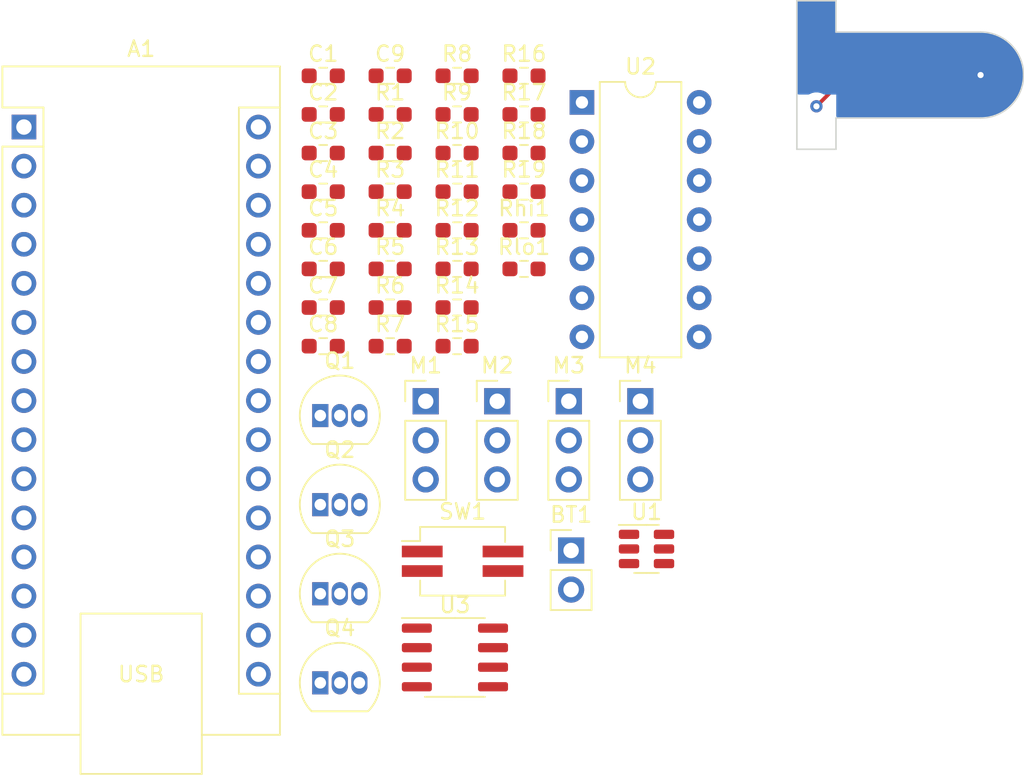
<source format=kicad_pcb>
(kicad_pcb (version 20221018) (generator pcbnew)
  (layers (0 "F.Cu" signal) (31 "B.Cu" signal) (34 "B.Paste" user) (35 "F.Paste" user) (36 "B.SilkS" user "B.Silkscreen") (37 "F.SilkS" user "F.Silkscreen") (38 "B.Mask" user) (39 "F.Mask" user) (44 "Edge.Cuts" user))
  (net 0 "")
  (net 3 "/reset_n")
  (net 4 "GND")
  (net 5 "/r_leg_servo_control")
  (net 6 "/l_leg_servo_control")
  (net 7 "/ear_servo_control")
  (net 8 "/jaw_servo_control")
  (net 18 "/r_leg_servo_return")
  (net 19 "/l_leg_servo_return")
  (net 20 "/ear_servo_return")
  (net 21 "/jaw_servo_return")
  (net 22 "/sensor_A_output")
  (net 23 "/sensor_B_output")
  (net 24 "/sensor_C_output")
  (net 25 "/sensor_D_output")
  (net 28 "/vout")
  (net 29 "/v-battery")
  (net 30 "Net-(U2A--)")
  (net 31 "Net-(U2B--)")
  (net 32 "Net-(U2C--)")
  (net 33 "Net-(U2D--)")
  (net 34 "/trigger")
  (net 35 "Net-(U3-CV)")
  (net 36 "/radiating_trace")
  (net 37 "+5V")
  (net 38 "Net-(Q1-E)")
  (net 39 "Net-(Q1-B)")
  (net 40 "Net-(Q2-E)")
  (net 41 "Net-(Q2-B)")
  (net 42 "Net-(Q3-E)")
  (net 43 "Net-(Q3-B)")
  (net 44 "Net-(Q4-E)")
  (net 45 "Net-(Q4-B)")
  (net 46 "/sensor_A")
  (net 47 "Net-(U2A-+)")
  (net 52 "/sensor_B")
  (net 53 "Net-(U2B-+)")
  (net 54 "/sensor_C")
  (net 55 "Net-(U2C-+)")
  (net 56 "/sensor_D")
  (net 57 "Net-(U2D-+)")
  (net 58 "Net-(U3-DIS)")
  (net 59 "/square_wave")
  (net 60 "Net-(L2-Pad1)")
  (net 61 "Net-(U1-B)")
  (net 64 "/sw")
  (net 65 "/enable")
  (net 66 "/disable_timer")
  (footprint "Connector_PinHeader_2.54mm:PinHeader_1x03_P2.54mm_Vertical" (layer "F.Cu") (at 59.8525 40.25)
    (fp_text reference "M3" (at 0 -2.33) (layer "F.SilkS"))
    (fp_text value "Motor_Servo")
    (fp_line (start -1.33 -1.33) (end 0 -1.33) (stroke (width 0.12)) (layer "F.SilkS"))
    (fp_line (start -1.33 0) (end -1.33 -1.33) (stroke (width 0.12)) (layer "F.SilkS"))
    (fp_line (start -1.33 1.27) (end -1.33 6.41) (stroke (width 0.12)) (layer "F.SilkS"))
    (fp_line (start -1.33 1.27) (end 1.33 1.27) (stroke (width 0.12)) (layer "F.SilkS"))
    (fp_line (start -1.33 6.41) (end 1.33 6.41) (stroke (width 0.12)) (layer "F.SilkS"))
    (fp_line (start 1.33 1.27) (end 1.33 6.41) (stroke (width 0.12)) (layer "F.SilkS"))
    (pad "1" thru_hole rect (at 0 0) (size 1.7 1.7) (drill 1) (layers "*.Cu" "*.Mask") (net 7 "/ear_servo_control"))
    (pad "2" thru_hole oval (at 0 2.54) (size 1.7 1.7) (drill 1) (layers "*.Cu" "*.Mask") (net 37 "+5V"))
    (pad "3" thru_hole oval (at 0 5.08) (size 1.7 1.7) (drill 1) (layers "*.Cu" "*.Mask") (net 20 "/ear_servo_return"))
  )
  (footprint "Resistor_SMD:R_0603_1608Metric_Pad0.98x0.95mm_HandSolder" (layer "F.Cu") (at 43.8925 36.67)
    (fp_text reference "C8" (at 0 -1.43) (layer "F.SilkS"))
    (fp_text value "C")
    (fp_line (start -0.254724 -0.5225) (end 0.254724 -0.5225) (stroke (width 0.12)) (layer "F.SilkS"))
    (fp_line (start -0.254724 0.5225) (end 0.254724 0.5225) (stroke (width 0.12)) (layer "F.SilkS"))
    (pad "1" smd roundrect (at -0.9125 0) (size 0.975 0.95) (layers "F.Cu" "F.Paste" "F.Mask") (net 4 "GND"))
    (pad "2" smd roundrect (at 0.9125 0) (size 0.975 0.95) (layers "F.Cu" "F.Paste" "F.Mask") (net 35 "Net-(U3-CV)"))
  )
  (footprint "Package_TO_SOT_THT:TO-92_Inline" (layer "F.Cu") (at 43.7025 41.18)
    (fp_text reference "Q1" (at 1.27 -3.56) (layer "F.SilkS"))
    (fp_text value "2N3904")
    (fp_line (start -0.53 1.85) (end 3.07 1.85) (stroke (width 0.12)) (layer "F.SilkS"))
    (fp_arc (start -0.568478 1.838478) (mid -1.132087 -0.994977) (end 1.27 -2.6) (stroke (width 0.12)) (layer "F.SilkS"))
    (fp_arc (start 1.27 -2.6) (mid 3.672087 -0.994977) (end 3.108478 1.838478) (stroke (width 0.12)) (layer "F.SilkS"))
    (pad "1" thru_hole rect (at 0 0) (size 1.05 1.5) (drill 0.75) (layers "*.Cu" "*.Mask") (net 38 "Net-(Q1-E)"))
    (pad "2" thru_hole oval (at 1.27 0) (size 1.05 1.5) (drill 0.75) (layers "*.Cu" "*.Mask") (net 39 "Net-(Q1-B)"))
    (pad "3" thru_hole oval (at 2.54 0) (size 1.05 1.5) (drill 0.75) (layers "*.Cu" "*.Mask") (net 18 "/r_leg_servo_return"))
  )
  (footprint "Resistor_SMD:R_0603_1608Metric_Pad0.98x0.95mm_HandSolder" (layer "F.Cu") (at 56.9425 31.65)
    (fp_text reference "Rlo1" (at 0 -1.43) (layer "F.SilkS"))
    (fp_text value "1k")
    (fp_line (start -0.254724 -0.5225) (end 0.254724 -0.5225) (stroke (width 0.12)) (layer "F.SilkS"))
    (fp_line (start -0.254724 0.5225) (end 0.254724 0.5225) (stroke (width 0.12)) (layer "F.SilkS"))
    (pad "1" smd roundrect (at -0.9125 0) (size 0.975 0.95) (layers "F.Cu" "F.Paste" "F.Mask") (net 61 "Net-(U1-B)"))
    (pad "2" smd roundrect (at 0.9125 0) (size 0.975 0.95) (layers "F.Cu" "F.Paste" "F.Mask") (net 4 "GND"))
  )
  (footprint "Resistor_SMD:R_0603_1608Metric_Pad0.98x0.95mm_HandSolder" (layer "F.Cu") (at 48.2425 21.61)
    (fp_text reference "R1" (at 0 -1.43) (layer "F.SilkS"))
    (fp_text value "R")
    (fp_line (start -0.254724 -0.5225) (end 0.254724 -0.5225) (stroke (width 0.12)) (layer "F.SilkS"))
    (fp_line (start -0.254724 0.5225) (end 0.254724 0.5225) (stroke (width 0.12)) (layer "F.SilkS"))
    (pad "1" smd roundrect (at -0.9125 0) (size 0.975 0.95) (layers "F.Cu" "F.Paste" "F.Mask") (net 38 "Net-(Q1-E)"))
    (pad "2" smd roundrect (at 0.9125 0) (size 0.975 0.95) (layers "F.Cu" "F.Paste" "F.Mask") (net 4 "GND"))
  )
  (footprint "Resistor_SMD:R_0603_1608Metric_Pad0.98x0.95mm_HandSolder" (layer "F.Cu") (at 52.5925 19.1)
    (fp_text reference "R8" (at 0 -1.43) (layer "F.SilkS"))
    (fp_text value "R")
    (fp_line (start -0.254724 -0.5225) (end 0.254724 -0.5225) (stroke (width 0.12)) (layer "F.SilkS"))
    (fp_line (start -0.254724 0.5225) (end 0.254724 0.5225) (stroke (width 0.12)) (layer "F.SilkS"))
    (pad "1" smd roundrect (at -0.9125 0) (size 0.975 0.95) (layers "F.Cu" "F.Paste" "F.Mask") (net 41 "Net-(Q2-B)"))
    (pad "2" smd roundrect (at 0.9125 0) (size 0.975 0.95) (layers "F.Cu" "F.Paste" "F.Mask"))
  )
  (footprint "Resistor_SMD:R_0603_1608Metric_Pad0.98x0.95mm_HandSolder" (layer "F.Cu") (at 48.2425 19.1)
    (fp_text reference "C9" (at 0 -1.43) (layer "F.SilkS"))
    (fp_text value "C")
    (fp_line (start -0.254724 -0.5225) (end 0.254724 -0.5225) (stroke (width 0.12)) (layer "F.SilkS"))
    (fp_line (start -0.254724 0.5225) (end 0.254724 0.5225) (stroke (width 0.12)) (layer "F.SilkS"))
    (pad "1" smd roundrect (at -0.9125 0) (size 0.975 0.95) (layers "F.Cu" "F.Paste" "F.Mask") (net 36 "/radiating_trace"))
    (pad "2" smd roundrect (at 0.9125 0) (size 0.975 0.95) (layers "F.Cu" "F.Paste" "F.Mask") (net 4 "GND"))
  )
  (footprint "Package_TO_SOT_THT:TO-92_Inline" (layer "F.Cu") (at 43.7025 52.76)
    (fp_text reference "Q3" (at 1.27 -3.56) (layer "F.SilkS"))
    (fp_text value "2N3904")
    (fp_line (start -0.53 1.85) (end 3.07 1.85) (stroke (width 0.12)) (layer "F.SilkS"))
    (fp_arc (start -0.568478 1.838478) (mid -1.132087 -0.994977) (end 1.27 -2.6) (stroke (width 0.12)) (layer "F.SilkS"))
    (fp_arc (start 1.27 -2.6) (mid 3.672087 -0.994977) (end 3.108478 1.838478) (stroke (width 0.12)) (layer "F.SilkS"))
    (pad "1" thru_hole rect (at 0 0) (size 1.05 1.5) (drill 0.75) (layers "*.Cu" "*.Mask") (net 42 "Net-(Q3-E)"))
    (pad "2" thru_hole oval (at 1.27 0) (size 1.05 1.5) (drill 0.75) (layers "*.Cu" "*.Mask") (net 43 "Net-(Q3-B)"))
    (pad "3" thru_hole oval (at 2.54 0) (size 1.05 1.5) (drill 0.75) (layers "*.Cu" "*.Mask") (net 20 "/ear_servo_return"))
  )
  (footprint "Resistor_SMD:R_0603_1608Metric_Pad0.98x0.95mm_HandSolder" (layer "F.Cu") (at 43.8925 29.14)
    (fp_text reference "C5" (at 0 -1.43) (layer "F.SilkS"))
    (fp_text value "1n")
    (fp_line (start -0.254724 -0.5225) (end 0.254724 -0.5225) (stroke (width 0.12)) (layer "F.SilkS"))
    (fp_line (start -0.254724 0.5225) (end 0.254724 0.5225) (stroke (width 0.12)) (layer "F.SilkS"))
    (pad "1" smd roundrect (at -0.9125 0) (size 0.975 0.95) (layers "F.Cu" "F.Paste" "F.Mask") (net 24 "/sensor_C_output"))
    (pad "2" smd roundrect (at 0.9125 0) (size 0.975 0.95) (layers "F.Cu" "F.Paste" "F.Mask") (net 32 "Net-(U2C--)"))
  )
  (footprint "Package_TO_SOT_SMD:SOT-23-6" (layer "F.Cu") (at 64.9025 49.85)
    (fp_text reference "U1" (at 0 -2.4) (layer "F.SilkS"))
    (fp_text value "TLV61070A")
    (fp_line (start 0 -1.56) (end -1.8 -1.56) (stroke (width 0.12)) (layer "F.SilkS"))
    (fp_line (start 0 -1.56) (end 0.8 -1.56) (stroke (width 0.12)) (layer "F.SilkS"))
    (fp_line (start 0 1.56) (end -0.8 1.56) (stroke (width 0.12)) (layer "F.SilkS"))
    (fp_line (start 0 1.56) (end 0.8 1.56) (stroke (width 0.12)) (layer "F.SilkS"))
    (pad "1" smd roundrect (at -1.1375 -0.95) (size 1.325 0.6) (layers "F.Cu" "F.Paste" "F.Mask") (net 64 "/sw"))
    (pad "2" smd roundrect (at -1.1375 0) (size 1.325 0.6) (layers "F.Cu" "F.Paste" "F.Mask") (net 4 "GND"))
    (pad "3" smd roundrect (at -1.1375 0.95) (size 1.325 0.6) (layers "F.Cu" "F.Paste" "F.Mask") (net 65 "/enable"))
    (pad "4" smd roundrect (at 1.1375 0.95) (size 1.325 0.6) (layers "F.Cu" "F.Paste" "F.Mask") (net 61 "Net-(U1-B)"))
    (pad "5" smd roundrect (at 1.1375 0) (size 1.325 0.6) (layers "F.Cu" "F.Paste" "F.Mask") (net 28 "/vout"))
    (pad "6" smd roundrect (at 1.1375 -0.95) (size 1.325 0.6) (layers "F.Cu" "F.Paste" "F.Mask") (net 29 "/v-battery"))
  )
  (footprint "Resistor_SMD:R_0603_1608Metric_Pad0.98x0.95mm_HandSolder" (layer "F.Cu") (at 52.5925 31.65)
    (fp_text reference "R13" (at 0 -1.43) (layer "F.SilkS"))
    (fp_text value "100k")
    (fp_line (start -0.254724 -0.5225) (end 0.254724 -0.5225) (stroke (width 0.12)) (layer "F.SilkS"))
    (fp_line (start -0.254724 0.5225) (end 0.254724 0.5225) (stroke (width 0.12)) (layer "F.SilkS"))
    (pad "1" smd roundrect (at -0.9125 0) (size 0.975 0.95) (layers "F.Cu" "F.Paste" "F.Mask") (net 54 "/sensor_C"))
    (pad "2" smd roundrect (at 0.9125 0) (size 0.975 0.95) (layers "F.Cu" "F.Paste" "F.Mask") (net 55 "Net-(U2C-+)"))
  )
  (footprint "Resistor_SMD:R_0603_1608Metric_Pad0.98x0.95mm_HandSolder" (layer "F.Cu") (at 56.9425 24.12)
    (fp_text reference "R18" (at 0 -1.43) (layer "F.SilkS"))
    (fp_text value "R")
    (fp_line (start -0.254724 -0.5225) (end 0.254724 -0.5225) (stroke (width 0.12)) (layer "F.SilkS"))
    (fp_line (start -0.254724 0.5225) (end 0.254724 0.5225) (stroke (width 0.12)) (layer "F.SilkS"))
    (pad "1" smd roundrect (at -0.9125 0) (size 0.975 0.95) (layers "F.Cu" "F.Paste" "F.Mask") (net 58 "Net-(U3-DIS)"))
    (pad "2" smd roundrect (at 0.9125 0) (size 0.975 0.95) (layers "F.Cu" "F.Paste" "F.Mask") (net 34 "/trigger"))
  )
  (footprint "Connector_PinHeader_2.54mm:PinHeader_1x03_P2.54mm_Vertical" (layer "F.Cu") (at 55.2025 40.25)
    (fp_text reference "M2" (at 0 -2.33) (layer "F.SilkS"))
    (fp_text value "Motor_Servo")
    (fp_line (start -1.33 -1.33) (end 0 -1.33) (stroke (width 0.12)) (layer "F.SilkS"))
    (fp_line (start -1.33 0) (end -1.33 -1.33) (stroke (width 0.12)) (layer "F.SilkS"))
    (fp_line (start -1.33 1.27) (end -1.33 6.41) (stroke (width 0.12)) (layer "F.SilkS"))
    (fp_line (start -1.33 1.27) (end 1.33 1.27) (stroke (width 0.12)) (layer "F.SilkS"))
    (fp_line (start -1.33 6.41) (end 1.33 6.41) (stroke (width 0.12)) (layer "F.SilkS"))
    (fp_line (start 1.33 1.27) (end 1.33 6.41) (stroke (width 0.12)) (layer "F.SilkS"))
    (pad "1" thru_hole rect (at 0 0) (size 1.7 1.7) (drill 1) (layers "*.Cu" "*.Mask") (net 6 "/l_leg_servo_control"))
    (pad "2" thru_hole oval (at 0 2.54) (size 1.7 1.7) (drill 1) (layers "*.Cu" "*.Mask") (net 37 "+5V"))
    (pad "3" thru_hole oval (at 0 5.08) (size 1.7 1.7) (drill 1) (layers "*.Cu" "*.Mask") (net 19 "/l_leg_servo_return"))
  )
  (footprint "Resistor_SMD:R_0603_1608Metric_Pad0.98x0.95mm_HandSolder" (layer "F.Cu") (at 56.9425 29.14)
    (fp_text reference "Rhi1" (at 0 -1.43) (layer "F.SilkS"))
    (fp_text value "9k")
    (fp_line (start -0.254724 -0.5225) (end 0.254724 -0.5225) (stroke (width 0.12)) (layer "F.SilkS"))
    (fp_line (start -0.254724 0.5225) (end 0.254724 0.5225) (stroke (width 0.12)) (layer "F.SilkS"))
    (pad "1" smd roundrect (at -0.9125 0) (size 0.975 0.95) (layers "F.Cu" "F.Paste" "F.Mask") (net 28 "/vout"))
    (pad "2" smd roundrect (at 0.9125 0) (size 0.975 0.95) (layers "F.Cu" "F.Paste" "F.Mask") (net 61 "Net-(U1-B)"))
  )
  (footprint "Package_TO_SOT_THT:TO-92_Inline" (layer "F.Cu") (at 43.7025 46.97)
    (fp_text reference "Q2" (at 1.27 -3.56) (layer "F.SilkS"))
    (fp_text value "2N3904")
    (fp_line (start -0.53 1.85) (end 3.07 1.85) (stroke (width 0.12)) (layer "F.SilkS"))
    (fp_arc (start -0.568478 1.838478) (mid -1.132087 -0.994977) (end 1.27 -2.6) (stroke (width 0.12)) (layer "F.SilkS"))
    (fp_arc (start 1.27 -2.6) (mid 3.672087 -0.994977) (end 3.108478 1.838478) (stroke (width 0.12)) (layer "F.SilkS"))
    (pad "1" thru_hole rect (at 0 0) (size 1.05 1.5) (drill 0.75) (layers "*.Cu" "*.Mask") (net 40 "Net-(Q2-E)"))
    (pad "2" thru_hole oval (at 1.27 0) (size 1.05 1.5) (drill 0.75) (layers "*.Cu" "*.Mask") (net 41 "Net-(Q2-B)"))
    (pad "3" thru_hole oval (at 2.54 0) (size 1.05 1.5) (drill 0.75) (layers "*.Cu" "*.Mask") (net 19 "/l_leg_servo_return"))
  )
  (footprint "Resistor_SMD:R_0603_1608Metric_Pad0.98x0.95mm_HandSolder" (layer "F.Cu") (at 43.8925 24.12)
    (fp_text reference "C3" (at 0 -1.43) (layer "F.SilkS"))
    (fp_text value "1n")
    (fp_line (start -0.254724 -0.5225) (end 0.254724 -0.5225) (stroke (width 0.12)) (layer "F.SilkS"))
    (fp_line (start -0.254724 0.5225) (end 0.254724 0.5225) (stroke (width 0.12)) (layer "F.SilkS"))
    (pad "1" smd roundrect (at -0.9125 0) (size 0.975 0.95) (layers "F.Cu" "F.Paste" "F.Mask") (net 22 "/sensor_A_output"))
    (pad "2" smd roundrect (at 0.9125 0) (size 0.975 0.95) (layers "F.Cu" "F.Paste" "F.Mask") (net 30 "Net-(U2A--)"))
  )
  (footprint "Resistor_SMD:R_0603_1608Metric_Pad0.98x0.95mm_HandSolder" (layer "F.Cu") (at 43.8925 34.16)
    (fp_text reference "C7" (at 0 -1.43) (layer "F.SilkS"))
    (fp_text value "C")
    (fp_line (start -0.254724 -0.5225) (end 0.254724 -0.5225) (stroke (width 0.12)) (layer "F.SilkS"))
    (fp_line (start -0.254724 0.5225) (end 0.254724 0.5225) (stroke (width 0.12)) (layer "F.SilkS"))
    (pad "1" smd roundrect (at -0.9125 0) (size 0.975 0.95) (layers "F.Cu" "F.Paste" "F.Mask") (net 34 "/trigger"))
    (pad "2" smd roundrect (at 0.9125 0) (size 0.975 0.95) (layers "F.Cu" "F.Paste" "F.Mask") (net 4 "GND"))
  )
  (footprint "Connector_PinHeader_2.54mm:PinHeader_1x03_P2.54mm_Vertical" (layer "F.Cu") (at 64.5025 40.25)
    (fp_text reference "M4" (at 0 -2.33) (layer "F.SilkS"))
    (fp_text value "Motor_Servo")
    (fp_line (start -1.33 -1.33) (end 0 -1.33) (stroke (width 0.12)) (layer "F.SilkS"))
    (fp_line (start -1.33 0) (end -1.33 -1.33) (stroke (width 0.12)) (layer "F.SilkS"))
    (fp_line (start -1.33 1.27) (end -1.33 6.41) (stroke (width 0.12)) (layer "F.SilkS"))
    (fp_line (start -1.33 1.27) (end 1.33 1.27) (stroke (width 0.12)) (layer "F.SilkS"))
    (fp_line (start -1.33 6.41) (end 1.33 6.41) (stroke (width 0.12)) (layer "F.SilkS"))
    (fp_line (start 1.33 1.27) (end 1.33 6.41) (stroke (width 0.12)) (layer "F.SilkS"))
    (pad "1" thru_hole rect (at 0 0) (size 1.7 1.7) (drill 1) (layers "*.Cu" "*.Mask") (net 8 "/jaw_servo_control"))
    (pad "2" thru_hole oval (at 0 2.54) (size 1.7 1.7) (drill 1) (layers "*.Cu" "*.Mask") (net 37 "+5V"))
    (pad "3" thru_hole oval (at 0 5.08) (size 1.7 1.7) (drill 1) (layers "*.Cu" "*.Mask") (net 21 "/jaw_servo_return"))
  )
  (footprint "Connector_PinHeader_2.54mm:PinHeader_1x02_P2.54mm_Vertical" (layer "F.Cu") (at 60.0025 49.95)
    (fp_text reference "BT1" (at 0 -2.33) (layer "F.SilkS"))
    (fp_text value "Battery")
    (fp_line (start -1.33 -1.33) (end 0 -1.33) (stroke (width 0.12)) (layer "F.SilkS"))
    (fp_line (start -1.33 0) (end -1.33 -1.33) (stroke (width 0.12)) (layer "F.SilkS"))
    (fp_line (start -1.33 1.27) (end -1.33 3.87) (stroke (width 0.12)) (layer "F.SilkS"))
    (fp_line (start -1.33 1.27) (end 1.33 1.27) (stroke (width 0.12)) (layer "F.SilkS"))
    (fp_line (start -1.33 3.87) (end 1.33 3.87) (stroke (width 0.12)) (layer "F.SilkS"))
    (fp_line (start 1.33 1.27) (end 1.33 3.87) (stroke (width 0.12)) (layer "F.SilkS"))
    (pad "1" thru_hole rect (at 0 0) (size 1.7 1.7) (drill 1) (layers "*.Cu" "*.Mask") (net 29 "/v-battery"))
    (pad "2" thru_hole oval (at 0 2.54) (size 1.7 1.7) (drill 1) (layers "*.Cu" "*.Mask") (net 4 "GND"))
  )
  (footprint "Resistor_SMD:R_0603_1608Metric_Pad0.98x0.95mm_HandSolder" (layer "F.Cu") (at 48.2425 34.16)
    (fp_text reference "R6" (at 0 -1.43) (layer "F.SilkS"))
    (fp_text value "10M")
    (fp_line (start -0.254724 -0.5225) (end 0.254724 -0.5225) (stroke (width 0.12)) (layer "F.SilkS"))
    (fp_line (start -0.254724 0.5225) (end 0.254724 0.5225) (stroke (width 0.12)) (layer "F.SilkS"))
    (pad "1" smd roundrect (at -0.9125 0) (size 0.975 0.95) (layers "F.Cu" "F.Paste" "F.Mask") (net 22 "/sensor_A_output"))
    (pad "2" smd roundrect (at 0.9125 0) (size 0.975 0.95) (layers "F.Cu" "F.Paste" "F.Mask") (net 30 "Net-(U2A--)"))
  )
  (footprint "Resistor_SMD:R_0603_1608Metric_Pad0.98x0.95mm_HandSolder" (layer "F.Cu") (at 48.2425 24.12)
    (fp_text reference "R2" (at 0 -1.43) (layer "F.SilkS"))
    (fp_text value "R")
    (fp_line (start -0.254724 -0.5225) (end 0.254724 -0.5225) (stroke (width 0.12)) (layer "F.SilkS"))
    (fp_line (start -0.254724 0.5225) (end 0.254724 0.5225) (stroke (width 0.12)) (layer "F.SilkS"))
    (pad "1" smd roundrect (at -0.9125 0) (size 0.975 0.95) (layers "F.Cu" "F.Paste" "F.Mask") (net 40 "Net-(Q2-E)"))
    (pad "2" smd roundrect (at 0.9125 0) (size 0.975 0.95) (layers "F.Cu" "F.Paste" "F.Mask") (net 4 "GND"))
  )
  (footprint "Resistor_SMD:R_0603_1608Metric_Pad0.98x0.95mm_HandSolder" (layer "F.Cu") (at 52.5925 36.67)
    (fp_text reference "R15" (at 0 -1.43) (layer "F.SilkS"))
    (fp_text value "100k")
    (fp_line (start -0.254724 -0.5225) (end 0.254724 -0.5225) (stroke (width 0.12)) (layer "F.SilkS"))
    (fp_line (start -0.254724 0.5225) (end 0.254724 0.5225) (stroke (width 0.12)) (layer "F.SilkS"))
    (pad "1" smd roundrect (at -0.9125 0) (size 0.975 0.95) (layers "F.Cu" "F.Paste" "F.Mask") (net 56 "/sensor_D"))
    (pad "2" smd roundrect (at 0.9125 0) (size 0.975 0.95) (layers "F.Cu" "F.Paste" "F.Mask") (net 57 "Net-(U2D-+)"))
  )
  (footprint "Button_Switch_SMD:SW_DIP_SPSTx02_Slide_KingTek_DSHP02TJ_W5.25mm_P1.27mm_JPin" (layer "F.Cu") (at 52.9525 50.65)
    (fp_text reference "SW1" (at 0 -3.23) (layer "F.SilkS"))
    (fp_text value "SW_Push_Dual")
    (fp_line (start -3.951 -1.315) (end -2.761 -1.315) (stroke (width 0.12)) (layer "F.SilkS"))
    (fp_line (start -2.761 -2.23) (end -2.761 -1.315) (stroke (width 0.12)) (layer "F.SilkS"))
    (fp_line (start -2.761 -2.23) (end 2.76 -2.23) (stroke (width 0.12)) (layer "F.SilkS"))
    (fp_line (start -2.761 1.255) (end -2.761 2.23) (stroke (width 0.12)) (layer "F.SilkS"))
    (fp_line (start -2.761 2.23) (end 2.76 2.23) (stroke (width 0.12)) (layer "F.SilkS"))
    (fp_line (start 2.76 -2.23) (end 2.76 -1.255) (stroke (width 0.12)) (layer "F.SilkS"))
    (fp_line (start 2.76 1.255) (end 2.76 2.23) (stroke (width 0.12)) (layer "F.SilkS"))
    (pad "1" smd rect (at -2.625 -0.635) (size 2.65 0.76) (layers "F.Cu" "F.Paste" "F.Mask") (net 4 "GND"))
    (pad "2" smd rect (at -2.625 0.635) (size 2.65 0.76) (layers "F.Cu" "F.Paste" "F.Mask") (net 3 "/reset_n"))
    (pad "3" smd rect (at 2.625 0.635) (size 2.65 0.76) (layers "F.Cu" "F.Paste" "F.Mask"))
    (pad "4" smd rect (at 2.625 -0.635) (size 2.65 0.76) (layers "F.Cu" "F.Paste" "F.Mask"))
  )
  (footprint "Resistor_SMD:R_0603_1608Metric_Pad0.98x0.95mm_HandSolder" (layer "F.Cu") (at 43.8925 31.65)
    (fp_text reference "C6" (at 0 -1.43) (layer "F.SilkS"))
    (fp_text value "1n")
    (fp_line (start -0.254724 -0.5225) (end 0.254724 -0.5225) (stroke (width 0.12)) (layer "F.SilkS"))
    (fp_line (start -0.254724 0.5225) (end 0.254724 0.5225) (stroke (width 0.12)) (layer "F.SilkS"))
    (pad "1" smd roundrect (at -0.9125 0) (size 0.975 0.95) (layers "F.Cu" "F.Paste" "F.Mask") (net 25 "/sensor_D_output"))
    (pad "2" smd roundrect (at 0.9125 0) (size 0.975 0.95) (layers "F.Cu" "F.Paste" "F.Mask") (net 33 "Net-(U2D--)"))
  )
  (footprint "Resistor_SMD:R_0603_1608Metric_Pad0.98x0.95mm_HandSolder" (layer "F.Cu") (at 52.5925 21.61)
    (fp_text reference "R9" (at 0 -1.43) (layer "F.SilkS"))
    (fp_text value "R")
    (fp_line (start -0.254724 -0.5225) (end 0.254724 -0.5225) (stroke (width 0.12)) (layer "F.SilkS"))
    (fp_line (start -0.254724 0.5225) (end 0.254724 0.5225) (stroke (width 0.12)) (layer "F.SilkS"))
    (pad "1" smd roundrect (at -0.9125 0) (size 0.975 0.95) (layers "F.Cu" "F.Paste" "F.Mask") (net 43 "Net-(Q3-B)"))
    (pad "2" smd roundrect (at 0.9125 0) (size 0.975 0.95) (layers "F.Cu" "F.Paste" "F.Mask"))
  )
  (footprint "Resistor_SMD:R_0603_1608Metric_Pad0.98x0.95mm_HandSolder" (layer "F.Cu") (at 56.9425 26.63)
    (fp_text reference "R19" (at 0 -1.43) (layer "F.SilkS"))
    (fp_text value "R")
    (fp_line (start -0.254724 -0.5225) (end 0.254724 -0.5225) (stroke (width 0.12)) (layer "F.SilkS"))
    (fp_line (start -0.254724 0.5225) (end 0.254724 0.5225) (stroke (width 0.12)) (layer "F.SilkS"))
    (pad "1" smd roundrect (at -0.9125 0) (size 0.975 0.95) (layers "F.Cu" "F.Paste" "F.Mask") (net 59 "/square_wave"))
    (pad "2" smd roundrect (at 0.9125 0) (size 0.975 0.95) (layers "F.Cu" "F.Paste" "F.Mask") (net 60 "Net-(L2-Pad1)"))
  )
  (footprint "Resistor_SMD:R_0603_1608Metric_Pad0.98x0.95mm_HandSolder" (layer "F.Cu") (at 48.2425 31.65)
    (fp_text reference "R5" (at 0 -1.43) (layer "F.SilkS"))
    (fp_text value "100k")
    (fp_line (start -0.254724 -0.5225) (end 0.254724 -0.5225) (stroke (width 0.12)) (layer "F.SilkS"))
    (fp_line (start -0.254724 0.5225) (end 0.254724 0.5225) (stroke (width 0.12)) (layer "F.SilkS"))
    (pad "1" smd roundrect (at -0.9125 0) (size 0.975 0.95) (layers "F.Cu" "F.Paste" "F.Mask") (net 46 "/sensor_A"))
    (pad "2" smd roundrect (at 0.9125 0) (size 0.975 0.95) (layers "F.Cu" "F.Paste" "F.Mask") (net 47 "Net-(U2A-+)"))
  )
  (footprint "Resistor_SMD:R_0603_1608Metric_Pad0.98x0.95mm_HandSolder" (layer "F.Cu") (at 56.9425 21.61)
    (fp_text reference "R17" (at 0 -1.43) (layer "F.SilkS"))
    (fp_text value "R")
    (fp_line (start -0.254724 -0.5225) (end 0.254724 -0.5225) (stroke (width 0.12)) (layer "F.SilkS"))
    (fp_line (start -0.254724 0.5225) (end 0.254724 0.5225) (stroke (width 0.12)) (layer "F.SilkS"))
    (pad "1" smd roundrect (at -0.9125 0) (size 0.975 0.95) (layers "F.Cu" "F.Paste" "F.Mask") (net 37 "+5V"))
    (pad "2" smd roundrect (at 0.9125 0) (size 0.975 0.95) (layers "F.Cu" "F.Paste" "F.Mask") (net 58 "Net-(U3-DIS)"))
  )
  (footprint "Resistor_SMD:R_0603_1608Metric_Pad0.98x0.95mm_HandSolder" (layer "F.Cu") (at 56.9425 19.1)
    (fp_text reference "R16" (at 0 -1.43) (layer "F.SilkS"))
    (fp_text value "10M")
    (fp_line (start -0.254724 -0.5225) (end 0.254724 -0.5225) (stroke (width 0.12)) (layer "F.SilkS"))
    (fp_line (start -0.254724 0.5225) (end 0.254724 0.5225) (stroke (width 0.12)) (layer "F.SilkS"))
    (pad "1" smd roundrect (at -0.9125 0) (size 0.975 0.95) (layers "F.Cu" "F.Paste" "F.Mask") (net 25 "/sensor_D_output"))
    (pad "2" smd roundrect (at 0.9125 0) (size 0.975 0.95) (layers "F.Cu" "F.Paste" "F.Mask") (net 33 "Net-(U2D--)"))
  )
  (footprint "Resistor_SMD:R_0603_1608Metric_Pad0.98x0.95mm_HandSolder" (layer "F.Cu") (at 48.2425 36.67)
    (fp_text reference "R7" (at 0 -1.43) (layer "F.SilkS"))
    (fp_text value "R")
    (fp_line (start -0.254724 -0.5225) (end 0.254724 -0.5225) (stroke (width 0.12)) (layer "F.SilkS"))
    (fp_line (start -0.254724 0.5225) (end 0.254724 0.5225) (stroke (width 0.12)) (layer "F.SilkS"))
    (pad "1" smd roundrect (at -0.9125 0) (size 0.975 0.95) (layers "F.Cu" "F.Paste" "F.Mask") (net 39 "Net-(Q1-B)"))
    (pad "2" smd roundrect (at 0.9125 0) (size 0.975 0.95) (layers "F.Cu" "F.Paste" "F.Mask"))
  )
  (footprint "Package_TO_SOT_THT:TO-92_Inline" (layer "F.Cu") (at 43.7025 58.55)
    (fp_text reference "Q4" (at 1.27 -3.56) (layer "F.SilkS"))
    (fp_text value "2N3904")
    (fp_line (start -0.53 1.85) (end 3.07 1.85) (stroke (width 0.12)) (layer "F.SilkS"))
    (fp_arc (start -0.568478 1.838478) (mid -1.132087 -0.994977) (end 1.27 -2.6) (stroke (width 0.12)) (layer "F.SilkS"))
    (fp_arc (start 1.27 -2.6) (mid 3.672087 -0.994977) (end 3.108478 1.838478) (stroke (width 0.12)) (layer "F.SilkS"))
    (pad "1" thru_hole rect (at 0 0) (size 1.05 1.5) (drill 0.75) (layers "*.Cu" "*.Mask") (net 44 "Net-(Q4-E)"))
    (pad "2" thru_hole oval (at 1.27 0) (size 1.05 1.5) (drill 0.75) (layers "*.Cu" "*.Mask") (net 45 "Net-(Q4-B)"))
    (pad "3" thru_hole oval (at 2.54 0) (size 1.05 1.5) (drill 0.75) (layers "*.Cu" "*.Mask") (net 21 "/jaw_servo_return"))
  )
  (footprint "Resistor_SMD:R_0603_1608Metric_Pad0.98x0.95mm_HandSolder" (layer "F.Cu") (at 48.2425 26.63)
    (fp_text reference "R3" (at 0 -1.43) (layer "F.SilkS"))
    (fp_text value "R")
    (fp_line (start -0.254724 -0.5225) (end 0.254724 -0.5225) (stroke (width 0.12)) (layer "F.SilkS"))
    (fp_line (start -0.254724 0.5225) (end 0.254724 0.5225) (stroke (width 0.12)) (layer "F.SilkS"))
    (pad "1" smd roundrect (at -0.9125 0) (size 0.975 0.95) (layers "F.Cu" "F.Paste" "F.Mask") (net 42 "Net-(Q3-E)"))
    (pad "2" smd roundrect (at 0.9125 0) (size 0.975 0.95) (layers "F.Cu" "F.Paste" "F.Mask") (net 4 "GND"))
  )
  (footprint "Resistor_SMD:R_0603_1608Metric_Pad0.98x0.95mm_HandSolder" (layer "F.Cu") (at 43.8925 19.1)
    (fp_text reference "C1" (at 0 -1.43) (layer "F.SilkS"))
    (fp_text value "C")
    (fp_line (start -0.254724 -0.5225) (end 0.254724 -0.5225) (stroke (width 0.12)) (layer "F.SilkS"))
    (fp_line (start -0.254724 0.5225) (end 0.254724 0.5225) (stroke (width 0.12)) (layer "F.SilkS"))
    (pad "1" smd roundrect (at -0.9125 0) (size 0.975 0.95) (layers "F.Cu" "F.Paste" "F.Mask") (net 28 "/vout"))
    (pad "2" smd roundrect (at 0.9125 0) (size 0.975 0.95) (layers "F.Cu" "F.Paste" "F.Mask") (net 4 "GND"))
  )
  (footprint "Module:Arduino_Nano" (layer "F.Cu") (at 24.4425 22.43)
    (fp_text reference "A1" (at 7.62 -5.08) (layer "F.SilkS"))
    (fp_text value "Arduino_Nano_Every")
    (fp_text user "USB" (at 7.62 35.56 unlocked) (layer "F.SilkS"))
    (fp_line (start -1.4 -3.94) (end -1.4 -1.27) (stroke (width 0.12)) (layer "F.SilkS"))
    (fp_line (start -1.4 1.27) (end -1.4 39.5) (stroke (width 0.12)) (layer "F.SilkS"))
    (fp_line (start -1.4 39.5) (end 3.68 39.5) (stroke (width 0.12)) (layer "F.SilkS"))
    (fp_line (start 1.27 -1.27) (end -1.4 -1.27) (stroke (width 0.12)) (layer "F.SilkS"))
    (fp_line (start 1.27 1.27) (end -1.4 1.27) (stroke (width 0.12)) (layer "F.SilkS"))
    (fp_line (start 1.27 1.27) (end 1.27 -1.27) (stroke (width 0.12)) (layer "F.SilkS"))
    (fp_line (start 1.27 1.27) (end 1.27 36.83) (stroke (width 0.12)) (layer "F.SilkS"))
    (fp_line (start 1.27 36.83) (end -1.4 36.83) (stroke (width 0.12)) (layer "F.SilkS"))
    (fp_line (start 3.68 31.62) (end 11.56 31.62) (stroke (width 0.12)) (layer "F.SilkS"))
    (fp_line (start 3.68 42.04) (end 3.68 31.62) (stroke (width 0.12)) (layer "F.SilkS"))
    (fp_line (start 11.56 31.62) (end 11.56 42.04) (stroke (width 0.12)) (layer "F.SilkS"))
    (fp_line (start 11.56 42.04) (end 3.68 42.04) (stroke (width 0.12)) (layer "F.SilkS"))
    (fp_line (start 13.97 -1.27) (end 13.97 36.83) (stroke (width 0.12)) (layer "F.SilkS"))
    (fp_line (start 13.97 -1.27) (end 16.64 -1.27) (stroke (width 0.12)) (layer "F.SilkS"))
    (fp_line (start 13.97 36.83) (end 16.64 36.83) (stroke (width 0.12)) (layer "F.SilkS"))
    (fp_line (start 16.64 -3.94) (end -1.4 -3.94) (stroke (width 0.12)) (layer "F.SilkS"))
    (fp_line (start 16.64 39.5) (end 11.56 39.5) (stroke (width 0.12)) (layer "F.SilkS"))
    (fp_line (start 16.64 39.5) (end 16.64 -3.94) (stroke (width 0.12)) (layer "F.SilkS"))
    (pad "1" thru_hole rect (at 0 0) (size 1.6 1.6) (drill 1) (layers "*.Cu" "*.Mask"))
    (pad "2" thru_hole oval (at 0 2.54) (size 1.6 1.6) (drill 1) (layers "*.Cu" "*.Mask"))
    (pad "3" thru_hole oval (at 0 5.08) (size 1.6 1.6) (drill 1) (layers "*.Cu" "*.Mask") (net 3 "/reset_n"))
    (pad "4" thru_hole oval (at 0 7.62) (size 1.6 1.6) (drill 1) (layers "*.Cu" "*.Mask") (net 4 "GND"))
    (pad "5" thru_hole oval (at 0 10.16) (size 1.6 1.6) (drill 1) (layers "*.Cu" "*.Mask") (net 5 "/r_leg_servo_control"))
    (pad "6" thru_hole oval (at 0 12.7) (size 1.6 1.6) (drill 1) (layers "*.Cu" "*.Mask") (net 6 "/l_leg_servo_control"))
    (pad "7" thru_hole oval (at 0 15.24) (size 1.6 1.6) (drill 1) (layers "*.Cu" "*.Mask") (net 7 "/ear_servo_control"))
    (pad "8" thru_hole oval (at 0 17.78) (size 1.6 1.6) (drill 1) (layers "*.Cu" "*.Mask") (net 8 "/jaw_servo_control"))
    (pad "9" thru_hole oval (at 0 20.32) (size 1.6 1.6) (drill 1) (layers "*.Cu" "*.Mask"))
    (pad "10" thru_hole oval (at 0 22.86) (size 1.6 1.6) (drill 1) (layers "*.Cu" "*.Mask"))
    (pad "11" thru_hole oval (at 0 25.4) (size 1.6 1.6) (drill 1) (layers "*.Cu" "*.Mask"))
    (pad "12" thru_hole oval (at 0 27.94) (size 1.6 1.6) (drill 1) (layers "*.Cu" "*.Mask"))
    (pad "13" thru_hole oval (at 0 30.48) (size 1.6 1.6) (drill 1) (layers "*.Cu" "*.Mask"))
    (pad "14" thru_hole oval (at 0 33.02) (size 1.6 1.6) (drill 1) (layers "*.Cu" "*.Mask"))
    (pad "15" thru_hole oval (at 0 35.56) (size 1.6 1.6) (drill 1) (layers "*.Cu" "*.Mask"))
    (pad "16" thru_hole oval (at 15.24 35.56) (size 1.6 1.6) (drill 1) (layers "*.Cu" "*.Mask"))
    (pad "17" thru_hole oval (at 15.24 33.02) (size 1.6 1.6) (drill 1) (layers "*.Cu" "*.Mask"))
    (pad "18" thru_hole oval (at 15.24 30.48) (size 1.6 1.6) (drill 1) (layers "*.Cu" "*.Mask") (net 4 "GND"))
    (pad "19" thru_hole oval (at 15.24 27.94) (size 1.6 1.6) (drill 1) (layers "*.Cu" "*.Mask") (net 18 "/r_leg_servo_return"))
    (pad "20" thru_hole oval (at 15.24 25.4) (size 1.6 1.6) (drill 1) (layers "*.Cu" "*.Mask") (net 19 "/l_leg_servo_return"))
    (pad "21" thru_hole oval (at 15.24 22.86) (size 1.6 1.6) (drill 1) (layers "*.Cu" "*.Mask") (net 20 "/ear_servo_return"))
    (pad "22" thru_hole oval (at 15.24 20.32) (size 1.6 1.6) (drill 1) (layers "*.Cu" "*.Mask") (net 21 "/jaw_servo_return"))
    (pad "23" thru_hole oval (at 15.24 17.78) (size 1.6 1.6) (drill 1) (layers "*.Cu" "*.Mask") (net 22 "/sensor_A_output"))
    (pad "24" thru_hole oval (at 15.24 15.24) (size 1.6 1.6) (drill 1) (layers "*.Cu" "*.Mask") (net 23 "/sensor_B_output"))
    (pad "25" thru_hole oval (at 15.24 12.7) (size 1.6 1.6) (drill 1) (layers "*.Cu" "*.Mask") (net 24 "/sensor_C_output"))
    (pad "26" thru_hole oval (at 15.24 10.16) (size 1.6 1.6) (drill 1) (layers "*.Cu" "*.Mask") (net 25 "/sensor_D_output"))
    (pad "27" thru_hole oval (at 15.24 7.62) (size 1.6 1.6) (drill 1) (layers "*.Cu" "*.Mask"))
    (pad "28" thru_hole oval (at 15.24 5.08) (size 1.6 1.6) (drill 1) (layers "*.Cu" "*.Mask"))
    (pad "29" thru_hole oval (at 15.24 2.54) (size 1.6 1.6) (drill 1) (layers "*.Cu" "*.Mask") (net 4 "GND"))
    (pad "30" thru_hole oval (at 15.24 0) (size 1.6 1.6) (drill 1) (layers "*.Cu" "*.Mask") (net 28 "/vout"))
  )
  (footprint "Package_SO:SOIC-8_3.9x4.9mm_P1.27mm" (layer "F.Cu") (at 52.4525 56.9)
    (fp_text reference "U3" (at 0 -3.4) (layer "F.SilkS"))
    (fp_text value "NE555D")
    (fp_line (start 0 -2.56) (end -3.45 -2.56) (stroke (width 0.12)) (layer "F.SilkS"))
    (fp_line (start 0 -2.56) (end 1.95 -2.56) (stroke (width 0.12)) (layer "F.SilkS"))
    (fp_line (start 0 2.56) (end -1.95 2.56) (stroke (width 0.12)) (layer "F.SilkS"))
    (fp_line (start 0 2.56) (end 1.95 2.56) (stroke (width 0.12)) (layer "F.SilkS"))
    (pad "1" smd roundrect (at -2.475 -1.905) (size 1.95 0.6) (layers "F.Cu" "F.Paste" "F.Mask") (net 4 "GND"))
    (pad "2" smd roundrect (at -2.475 -0.635) (size 1.95 0.6) (layers "F.Cu" "F.Paste" "F.Mask") (net 34 "/trigger"))
    (pad "3" smd roundrect (at -2.475 0.635) (size 1.95 0.6) (layers "F.Cu" "F.Paste" "F.Mask") (net 59 "/square_wave"))
    (pad "4" smd roundrect (at -2.475 1.905) (size 1.95 0.6) (layers "F.Cu" "F.Paste" "F.Mask") (net 66 "/disable_timer"))
    (pad "5" smd roundrect (at 2.475 1.905) (size 1.95 0.6) (layers "F.Cu" "F.Paste" "F.Mask") (net 35 "Net-(U3-CV)"))
    (pad "6" smd roundrect (at 2.475 0.635) (size 1.95 0.6) (layers "F.Cu" "F.Paste" "F.Mask") (net 34 "/trigger"))
    (pad "7" smd roundrect (at 2.475 -0.635) (size 1.95 0.6) (layers "F.Cu" "F.Paste" "F.Mask") (net 58 "Net-(U3-DIS)"))
    (pad "8" smd roundrect (at 2.475 -1.905) (size 1.95 0.6) (layers "F.Cu" "F.Paste" "F.Mask") (net 37 "+5V"))
  )
  (footprint "Resistor_SMD:R_0603_1608Metric_Pad0.98x0.95mm_HandSolder" (layer "F.Cu") (at 52.5925 29.14)
    (fp_text reference "R12" (at 0 -1.43) (layer "F.SilkS"))
    (fp_text value "10M")
    (fp_line (start -0.254724 -0.5225) (end 0.254724 -0.5225) (stroke (width 0.12)) (layer "F.SilkS"))
    (fp_line (start -0.254724 0.5225) (end 0.254724 0.5225) (stroke (width 0.12)) (layer "F.SilkS"))
    (pad "1" smd roundrect (at -0.9125 0) (size 0.975 0.95) (layers "F.Cu" "F.Paste" "F.Mask") (net 23 "/sensor_B_output"))
    (pad "2" smd roundrect (at 0.9125 0) (size 0.975 0.95) (layers "F.Cu" "F.Paste" "F.Mask") (net 31 "Net-(U2B--)"))
  )
  (footprint "Package_DIP:DIP-14_W7.62mm" (layer "F.Cu") (at 60.706 20.828)
    (fp_text reference "U2" (at 3.81 -2.33) (layer "F.SilkS"))
    (fp_text value "LM324")
    (fp_line (start 1.16 -1.33) (end 1.16 16.57) (stroke (width 0.12)) (layer "F.SilkS"))
    (fp_line (start 1.16 16.57) (end 6.46 16.57) (stroke (width 0.12)) (layer "F.SilkS"))
    (fp_line (start 2.81 -1.33) (end 1.16 -1.33) (stroke (width 0.12)) (layer "F.SilkS"))
    (fp_line (start 6.46 -1.33) (end 4.81 -1.33) (stroke (width 0.12)) (layer "F.SilkS"))
    (fp_line (start 6.46 16.57) (end 6.46 -1.33) (stroke (width 0.12)) (layer "F.SilkS"))
    (fp_arc (start 4.81 -1.33) (mid 3.81 -0.33) (end 2.81 -1.33) (stroke (width 0.12)) (layer "F.SilkS"))
    (pad "1" thru_hole rect (at 0 0) (size 1.6 1.6) (drill 0.8) (layers "*.Cu" "*.Mask") (net 22 "/sensor_A_output"))
    (pad "2" thru_hole oval (at 0 2.54) (size 1.6 1.6) (drill 0.8) (layers "*.Cu" "*.Mask") (net 30 "Net-(U2A--)"))
    (pad "3" thru_hole oval (at 0 5.08) (size 1.6 1.6) (drill 0.8) (layers "*.Cu" "*.Mask") (net 47 "Net-(U2A-+)"))
    (pad "4" thru_hole oval (at 0 7.62) (size 1.6 1.6) (drill 0.8) (layers "*.Cu" "*.Mask") (net 28 "/vout"))
    (pad "5" thru_hole oval (at 0 10.16) (size 1.6 1.6) (drill 0.8) (layers "*.Cu" "*.Mask") (net 53 "Net-(U2B-+)"))
    (pad "6" thru_hole oval (at 0 12.7) (size 1.6 1.6) (drill 0.8) (layers "*.Cu" "*.Mask") (net 31 "Net-(U2B--)"))
    (pad "7" thru_hole oval (at 0 15.24) (size 1.6 1.6) (drill 0.8) (layers "*.Cu" "*.Mask") (net 23 "/sensor_B_output"))
    (pad "8" thru_hole oval (at 7.62 15.24) (size 1.6 1.6) (drill 0.8) (layers "*.Cu" "*.Mask") (net 24 "/sensor_C_output"))
    (pad "9" thru_hole oval (at 7.62 12.7) (size 1.6 1.6) (drill 0.8) (layers "*.Cu" "*.Mask") (net 32 "Net-(U2C--)"))
    (pad "10" thru_hole oval (at 7.62 10.16) (size 1.6 1.6) (drill 0.8) (layers "*.Cu" "*.Mask") (net 55 "Net-(U2C-+)"))
    (pad "11" thru_hole oval (at 7.62 7.62) (size 1.6 1.6) (drill 0.8) (layers "*.Cu" "*.Mask") (net 4 "GND"))
    (pad "12" thru_hole oval (at 7.62 5.08) (size 1.6 1.6) (drill 0.8) (layers "*.Cu" "*.Mask") (net 57 "Net-(U2D-+)"))
    (pad "13" thru_hole oval (at 7.62 2.54) (size 1.6 1.6) (drill 0.8) (layers "*.Cu" "*.Mask") (net 33 "Net-(U2D--)"))
    (pad "14" thru_hole oval (at 7.62 0) (size 1.6 1.6) (drill 0.8) (layers "*.Cu" "*.Mask") (net 25 "/sensor_D_output"))
  )
  (footprint "Resistor_SMD:R_0603_1608Metric_Pad0.98x0.95mm_HandSolder" (layer "F.Cu") (at 52.5925 26.63)
    (fp_text reference "R11" (at 0 -1.43) (layer "F.SilkS"))
    (fp_text value "100k")
    (fp_line (start -0.254724 -0.5225) (end 0.254724 -0.5225) (stroke (width 0.12)) (layer "F.SilkS"))
    (fp_line (start -0.254724 0.5225) (end 0.254724 0.5225) (stroke (width 0.12)) (layer "F.SilkS"))
    (pad "1" smd roundrect (at -0.9125 0) (size 0.975 0.95) (layers "F.Cu" "F.Paste" "F.Mask") (net 52 "/sensor_B"))
    (pad "2" smd roundrect (at 0.9125 0) (size 0.975 0.95) (layers "F.Cu" "F.Paste" "F.Mask") (net 53 "Net-(U2B-+)"))
  )
  (footprint "Resistor_SMD:R_0603_1608Metric_Pad0.98x0.95mm_HandSolder" (layer "F.Cu") (at 48.2425 29.14)
    (fp_text reference "R4" (at 0 -1.43) (layer "F.SilkS"))
    (fp_text value "R")
    (fp_line (start -0.254724 -0.5225) (end 0.254724 -0.5225) (stroke (width 0.12)) (layer "F.SilkS"))
    (fp_line (start -0.254724 0.5225) (end 0.254724 0.5225) (stroke (width 0.12)) (layer "F.SilkS"))
    (pad "1" smd roundrect (at -0.9125 0) (size 0.975 0.95) (layers "F.Cu" "F.Paste" "F.Mask") (net 44 "Net-(Q4-E)"))
    (pad "2" smd roundrect (at 0.9125 0) (size 0.975 0.95) (layers "F.Cu" "F.Paste" "F.Mask") (net 4 "GND"))
  )
  (footprint "Resistor_SMD:R_0603_1608Metric_Pad0.98x0.95mm_HandSolder" (layer "F.Cu") (at 52.5925 24.12)
    (fp_text reference "R10" (at 0 -1.43) (layer "F.SilkS"))
    (fp_text value "R")
    (fp_line (start -0.254724 -0.5225) (end 0.254724 -0.5225) (stroke (width 0.12)) (layer "F.SilkS"))
    (fp_line (start -0.254724 0.5225) (end 0.254724 0.5225) (stroke (width 0.12)) (layer "F.SilkS"))
    (pad "1" smd roundrect (at -0.9125 0) (size 0.975 0.95) (layers "F.Cu" "F.Paste" "F.Mask") (net 45 "Net-(Q4-B)"))
    (pad "2" smd roundrect (at 0.9125 0) (size 0.975 0.95) (layers "F.Cu" "F.Paste" "F.Mask"))
  )
  (footprint "Resistor_SMD:R_0603_1608Metric_Pad0.98x0.95mm_HandSolder" (layer "F.Cu") (at 43.8925 21.61)
    (fp_text reference "C2" (at 0 -1.43) (layer "F.SilkS"))
    (fp_text value "C")
    (fp_line (start -0.254724 -0.5225) (end 0.254724 -0.5225) (stroke (width 0.12)) (layer "F.SilkS"))
    (fp_line (start -0.254724 0.5225) (end 0.254724 0.5225) (stroke (width 0.12)) (layer "F.SilkS"))
    (pad "1" smd roundrect (at -0.9125 0) (size 0.975 0.95) (layers "F.Cu" "F.Paste" "F.Mask") (net 29 "/v-battery"))
    (pad "2" smd roundrect (at 0.9125 0) (size 0.975 0.95) (layers "F.Cu" "F.Paste" "F.Mask") (net 4 "GND"))
  )
  (footprint "Resistor_SMD:R_0603_1608Metric_Pad0.98x0.95mm_HandSolder" (layer "F.Cu") (at 43.8925 26.63)
    (fp_text reference "C4" (at 0 -1.43) (layer "F.SilkS"))
    (fp_text value "1n")
    (fp_line (start -0.254724 -0.5225) (end 0.254724 -0.5225) (stroke (width 0.12)) (layer "F.SilkS"))
    (fp_line (start -0.254724 0.5225) (end 0.254724 0.5225) (stroke (width 0.12)) (layer "F.SilkS"))
    (pad "1" smd roundrect (at -0.9125 0) (size 0.975 0.95) (layers "F.Cu" "F.Paste" "F.Mask") (net 23 "/sensor_B_output"))
    (pad "2" smd roundrect (at 0.9125 0) (size 0.975 0.95) (layers "F.Cu" "F.Paste" "F.Mask") (net 31 "Net-(U2B--)"))
  )
  (footprint "Resistor_SMD:R_0603_1608Metric_Pad0.98x0.95mm_HandSolder" (layer "F.Cu") (at 52.5925 34.16)
    (fp_text reference "R14" (at 0 -1.43) (layer "F.SilkS"))
    (fp_text value "10M")
    (fp_line (start -0.254724 -0.5225) (end 0.254724 -0.5225) (stroke (width 0.12)) (layer "F.SilkS"))
    (fp_line (start -0.254724 0.5225) (end 0.254724 0.5225) (stroke (width 0.12)) (layer "F.SilkS"))
    (pad "1" smd roundrect (at -0.9125 0) (size 0.975 0.95) (layers "F.Cu" "F.Paste" "F.Mask") (net 24 "/sensor_C_output"))
    (pad "2" smd roundrect (at 0.9125 0) (size 0.975 0.95) (layers "F.Cu" "F.Paste" "F.Mask") (net 32 "Net-(U2C--)"))
  )
  (footprint "Connector_PinHeader_2.54mm:PinHeader_1x03_P2.54mm_Vertical" (layer "F.Cu") (at 50.5525 40.25)
    (fp_text reference "M1" (at 0 -2.33) (layer "F.SilkS"))
    (fp_text value "Motor_Servo")
    (fp_line (start -1.33 -1.33) (end 0 -1.33) (stroke (width 0.12)) (layer "F.SilkS"))
    (fp_line (start -1.33 0) (end -1.33 -1.33) (stroke (width 0.12)) (layer "F.SilkS"))
    (fp_line (start -1.33 1.27) (end -1.33 6.41) (stroke (width 0.12)) (layer "F.SilkS"))
    (fp_line (start -1.33 1.27) (end 1.33 1.27) (stroke (width 0.12)) (layer "F.SilkS"))
    (fp_line (start -1.33 6.41) (end 1.33 6.41) (stroke (width 0.12)) (layer "F.SilkS"))
    (fp_line (start 1.33 1.27) (end 1.33 6.41) (stroke (width 0.12)) (layer "F.SilkS"))
    (pad "1" thru_hole rect (at 0 0) (size 1.7 1.7) (drill 1) (layers "*.Cu" "*.Mask") (net 5 "/r_leg_servo_control"))
    (pad "2" thru_hole oval (at 0 2.54) (size 1.7 1.7) (drill 1) (layers "*.Cu" "*.Mask") (net 37 "+5V"))
    (pad "3" thru_hole oval (at 0 5.08) (size 1.7 1.7) (drill 1) (layers "*.Cu" "*.Mask") (net 18 "/r_leg_servo_return"))
  )
  (gr_arc (start 86.614 16.256) (mid 88.589656 17.074344) (end 89.408 19.05) (stroke (width 0.1)) (layer "Edge.Cuts"))
  (gr_line (start 74.676 23.876) (end 74.676 14.224) (stroke (width 0.1)) (layer "Edge.Cuts"))
  (gr_line (start 77.216 23.876) (end 74.676 23.876) (stroke (width 0.1)) (layer "Edge.Cuts"))
  (gr_line (start 86.614 21.844) (end 77.216 21.844) (stroke (width 0.1)) (layer "Edge.Cuts"))
  (gr_line (start 74.676 14.224) (end 77.216 14.224) (stroke (width 0.1)) (layer "Edge.Cuts"))
  (gr_line (start 77.216 21.844) (end 77.216 23.876) (stroke (width 0.1)) (layer "Edge.Cuts"))
  (gr_arc (start 89.408 19.05) (mid 88.589656 21.025656) (end 86.614 21.844) (stroke (width 0.1)) (layer "Edge.Cuts"))
  (gr_line (start 77.216 14.224) (end 77.216 16.256) (stroke (width 0.1)) (layer "Edge.Cuts"))
  (gr_line (start 77.216 16.256) (end 86.614 16.256) (stroke (width 0.1)) (layer "Edge.Cuts"))
  (segment (start 86.614 19.05) (end 86.614 19.304) (width 0) (layer "F.Cu") (net 4))
  (via (at 86.614 19.05) (size 0.8) (drill 0.4) (layers "F.Cu" "B.Cu") (net 4))
  (segment (start 83.947984 19.050029) (end 83.947955 19.05) (width 0.25) (layer "F.Cu") (net 36))
  (segment (start 83.947955 19.05) (end 77.978 19.05) (width 0.25) (layer "F.Cu") (net 36))
  (segment (start 83.947984 19.051925) (end 83.947984 19.050029) (width 0.25) (layer "F.Cu") (net 36))
  (segment (start 77.978 19.05) (end 75.946 21.082) (width 0.25) (layer "F.Cu") (net 36))
  (via (at 75.946 21.082) (size 0.8) (drill 0.4) (layers "F.Cu" "B.Cu") (net 36))
  (zone (net 4) (net_name "GND") (layer "B.Cu") (connect_pads (clearance 0.5)) (min_thickness 0.25) (fill yes (thermal_gap 0.5) (thermal_bridge_width 0.5))
    (polygon (pts (xy 77.216 14.224) (xy 77.216 16.256) (xy 89.408 16.256) (xy 89.408 21.844) (xy 87.63 21.844) (xy 77.232179 21.827821) (xy 77.234197 20.32) (xy 74.676 20.32) (xy 74.676 14.224)))
  )
)
</source>
